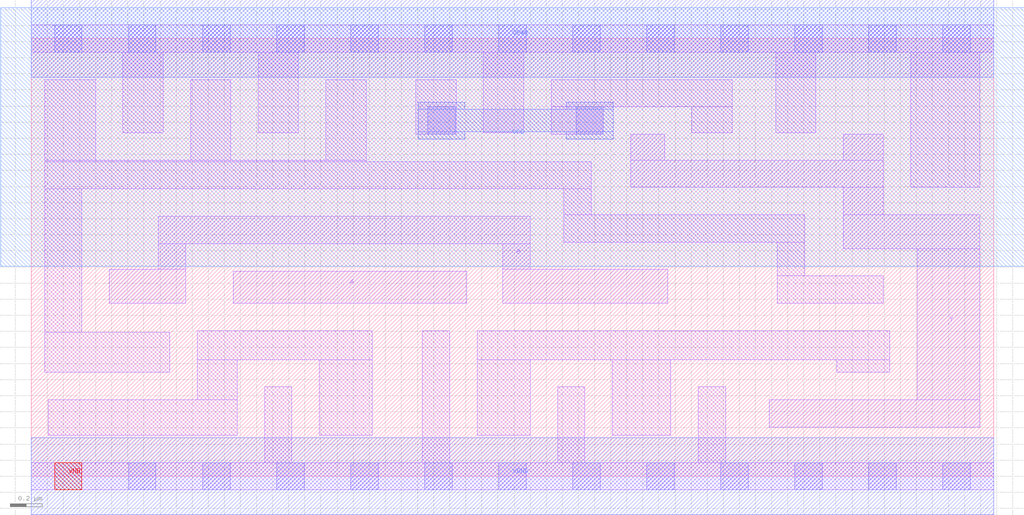
<source format=lef>
# Copyright 2020 The SkyWater PDK Authors
#
# Licensed under the Apache License, Version 2.0 (the "License");
# you may not use this file except in compliance with the License.
# You may obtain a copy of the License at
#
#     https://www.apache.org/licenses/LICENSE-2.0
#
# Unless required by applicable law or agreed to in writing, software
# distributed under the License is distributed on an "AS IS" BASIS,
# WITHOUT WARRANTIES OR CONDITIONS OF ANY KIND, either express or implied.
# See the License for the specific language governing permissions and
# limitations under the License.
#
# SPDX-License-Identifier: Apache-2.0

VERSION 5.7 ;
  NOWIREEXTENSIONATPIN ON ;
  DIVIDERCHAR "/" ;
  BUSBITCHARS "[]" ;
MACRO sky130_fd_sc_hd__xnor2_2
  CLASS CORE ;
  FOREIGN sky130_fd_sc_hd__xnor2_2 ;
  ORIGIN  0.000000  0.000000 ;
  SIZE  5.980000 BY  2.720000 ;
  SYMMETRY X Y R90 ;
  SITE unithd ;
  PIN A
    ANTENNAGATEAREA  0.990000 ;
    DIRECTION INPUT ;
    USE SIGNAL ;
    PORT
      LAYER li1 ;
        RECT 1.255000 1.075000 2.705000 1.275000 ;
    END
  END A
  PIN B
    ANTENNAGATEAREA  0.990000 ;
    DIRECTION INPUT ;
    USE SIGNAL ;
    PORT
      LAYER li1 ;
        RECT 0.485000 1.075000 0.960000 1.285000 ;
        RECT 0.790000 1.285000 0.960000 1.445000 ;
        RECT 0.790000 1.445000 3.100000 1.615000 ;
        RECT 2.930000 1.075000 3.955000 1.285000 ;
        RECT 2.930000 1.285000 3.100000 1.445000 ;
    END
  END B
  PIN Y
    ANTENNADIFFAREA  0.913000 ;
    DIRECTION OUTPUT ;
    USE SIGNAL ;
    PORT
      LAYER li1 ;
        RECT 3.725000 1.795000 5.295000 1.965000 ;
        RECT 3.725000 1.965000 3.935000 2.125000 ;
        RECT 4.585000 0.305000 5.895000 0.475000 ;
        RECT 5.045000 1.415000 5.895000 1.625000 ;
        RECT 5.045000 1.625000 5.295000 1.795000 ;
        RECT 5.045000 1.965000 5.295000 2.125000 ;
        RECT 5.505000 0.475000 5.895000 1.415000 ;
    END
  END Y
  PIN VGND
    DIRECTION INOUT ;
    SHAPE ABUTMENT ;
    USE GROUND ;
    PORT
      LAYER met1 ;
        RECT 0.000000 -0.240000 5.980000 0.240000 ;
    END
  END VGND
  PIN VNB
    DIRECTION INOUT ;
    USE GROUND ;
    PORT
      LAYER pwell ;
        RECT 0.145000 -0.085000 0.315000 0.085000 ;
    END
  END VNB
  PIN VPB
    DIRECTION INOUT ;
    USE POWER ;
    PORT
      LAYER nwell ;
        RECT -0.190000 1.305000 6.170000 2.910000 ;
    END
  END VPB
  PIN VPWR
    DIRECTION INOUT ;
    SHAPE ABUTMENT ;
    USE POWER ;
    PORT
      LAYER met1 ;
        RECT 0.000000 2.480000 5.980000 2.960000 ;
    END
  END VPWR
  OBS
    LAYER li1 ;
      RECT 0.000000 -0.085000 5.980000 0.085000 ;
      RECT 0.000000  2.635000 5.980000 2.805000 ;
      RECT 0.085000  0.645000 0.860000 0.895000 ;
      RECT 0.085000  0.895000 0.315000 1.785000 ;
      RECT 0.085000  1.785000 3.480000 1.955000 ;
      RECT 0.085000  1.955000 2.080000 1.965000 ;
      RECT 0.085000  1.965000 0.400000 2.465000 ;
      RECT 0.105000  0.255000 1.280000 0.475000 ;
      RECT 0.570000  2.135000 0.820000 2.635000 ;
      RECT 0.990000  1.965000 1.240000 2.465000 ;
      RECT 1.030000  0.475000 1.280000 0.725000 ;
      RECT 1.030000  0.725000 2.120000 0.905000 ;
      RECT 1.410000  2.135000 1.660000 2.635000 ;
      RECT 1.450000  0.085000 1.620000 0.555000 ;
      RECT 1.790000  0.255000 2.120000 0.725000 ;
      RECT 1.830000  1.965000 2.080000 2.465000 ;
      RECT 2.390000  2.125000 2.640000 2.465000 ;
      RECT 2.430000  0.085000 2.600000 0.905000 ;
      RECT 2.770000  0.255000 3.100000 0.725000 ;
      RECT 2.770000  0.725000 5.335000 0.905000 ;
      RECT 2.810000  2.135000 3.060000 2.635000 ;
      RECT 3.230000  2.125000 3.555000 2.295000 ;
      RECT 3.230000  2.295000 4.355000 2.465000 ;
      RECT 3.270000  0.085000 3.440000 0.555000 ;
      RECT 3.310000  1.455000 4.805000 1.625000 ;
      RECT 3.310000  1.625000 3.480000 1.785000 ;
      RECT 3.610000  0.255000 3.975000 0.725000 ;
      RECT 4.105000  2.135000 4.355000 2.295000 ;
      RECT 4.145000  0.085000 4.315000 0.555000 ;
      RECT 4.625000  2.135000 4.875000 2.635000 ;
      RECT 4.635000  1.075000 5.295000 1.245000 ;
      RECT 4.635000  1.245000 4.805000 1.455000 ;
      RECT 5.005000  0.645000 5.335000 0.725000 ;
      RECT 5.465000  1.795000 5.895000 2.635000 ;
    LAYER mcon ;
      RECT 0.145000 -0.085000 0.315000 0.085000 ;
      RECT 0.145000  2.635000 0.315000 2.805000 ;
      RECT 0.605000 -0.085000 0.775000 0.085000 ;
      RECT 0.605000  2.635000 0.775000 2.805000 ;
      RECT 1.065000 -0.085000 1.235000 0.085000 ;
      RECT 1.065000  2.635000 1.235000 2.805000 ;
      RECT 1.525000 -0.085000 1.695000 0.085000 ;
      RECT 1.525000  2.635000 1.695000 2.805000 ;
      RECT 1.985000 -0.085000 2.155000 0.085000 ;
      RECT 1.985000  2.635000 2.155000 2.805000 ;
      RECT 2.445000 -0.085000 2.615000 0.085000 ;
      RECT 2.445000  2.635000 2.615000 2.805000 ;
      RECT 2.465000  2.125000 2.635000 2.295000 ;
      RECT 2.905000 -0.085000 3.075000 0.085000 ;
      RECT 2.905000  2.635000 3.075000 2.805000 ;
      RECT 3.365000 -0.085000 3.535000 0.085000 ;
      RECT 3.365000  2.635000 3.535000 2.805000 ;
      RECT 3.385000  2.125000 3.555000 2.295000 ;
      RECT 3.825000 -0.085000 3.995000 0.085000 ;
      RECT 3.825000  2.635000 3.995000 2.805000 ;
      RECT 4.285000 -0.085000 4.455000 0.085000 ;
      RECT 4.285000  2.635000 4.455000 2.805000 ;
      RECT 4.745000 -0.085000 4.915000 0.085000 ;
      RECT 4.745000  2.635000 4.915000 2.805000 ;
      RECT 5.205000 -0.085000 5.375000 0.085000 ;
      RECT 5.205000  2.635000 5.375000 2.805000 ;
      RECT 5.665000 -0.085000 5.835000 0.085000 ;
      RECT 5.665000  2.635000 5.835000 2.805000 ;
    LAYER met1 ;
      RECT 2.405000 2.095000 2.695000 2.140000 ;
      RECT 2.405000 2.140000 3.615000 2.280000 ;
      RECT 2.405000 2.280000 2.695000 2.325000 ;
      RECT 3.325000 2.095000 3.615000 2.140000 ;
      RECT 3.325000 2.280000 3.615000 2.325000 ;
  END
END sky130_fd_sc_hd__xnor2_2
END LIBRARY

</source>
